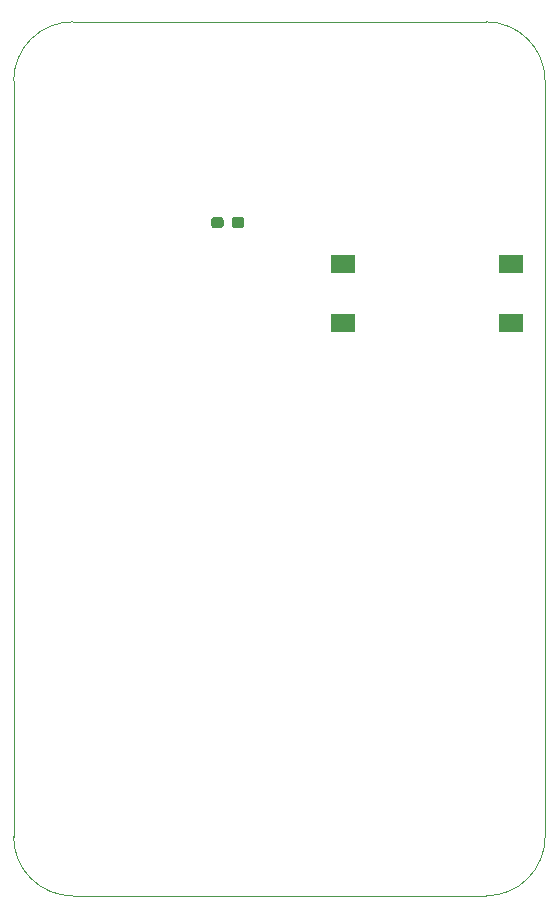
<source format=gbr>
%TF.GenerationSoftware,KiCad,Pcbnew,(5.1.10)-1*%
%TF.CreationDate,2022-05-06T17:00:31+02:00*%
%TF.ProjectId,LTE_HW,4c54455f-4857-42e6-9b69-6361645f7063,rev?*%
%TF.SameCoordinates,Original*%
%TF.FileFunction,Paste,Top*%
%TF.FilePolarity,Positive*%
%FSLAX46Y46*%
G04 Gerber Fmt 4.6, Leading zero omitted, Abs format (unit mm)*
G04 Created by KiCad (PCBNEW (5.1.10)-1) date 2022-05-06 17:00:31*
%MOMM*%
%LPD*%
G01*
G04 APERTURE LIST*
%TA.AperFunction,Profile*%
%ADD10C,0.050000*%
%TD*%
%ADD11R,2.000000X1.500000*%
G04 APERTURE END LIST*
D10*
X150000000Y-145000000D02*
G75*
G02*
X145000000Y-150000000I-5000000J0D01*
G01*
X145000000Y-76000000D02*
G75*
G02*
X150000000Y-81000000I0J-5000000D01*
G01*
X105000000Y-81000000D02*
G75*
G02*
X110000000Y-76000000I5000000J0D01*
G01*
X110000000Y-150000000D02*
G75*
G02*
X105000000Y-145000000I0J5000000D01*
G01*
X145000000Y-76000000D02*
X110000000Y-76000000D01*
X150000000Y-145000000D02*
X150000000Y-81000000D01*
X110000000Y-150000000D02*
X145000000Y-150000000D01*
X105000000Y-81000000D02*
X105000000Y-145000000D01*
%TO.C,R1*%
G36*
G01*
X124525000Y-92762500D02*
X124525000Y-93237500D01*
G75*
G02*
X124287500Y-93475000I-237500J0D01*
G01*
X123712500Y-93475000D01*
G75*
G02*
X123475000Y-93237500I0J237500D01*
G01*
X123475000Y-92762500D01*
G75*
G02*
X123712500Y-92525000I237500J0D01*
G01*
X124287500Y-92525000D01*
G75*
G02*
X124525000Y-92762500I0J-237500D01*
G01*
G37*
G36*
G01*
X122775000Y-92762500D02*
X122775000Y-93237500D01*
G75*
G02*
X122537500Y-93475000I-237500J0D01*
G01*
X121962500Y-93475000D01*
G75*
G02*
X121725000Y-93237500I0J237500D01*
G01*
X121725000Y-92762500D01*
G75*
G02*
X121962500Y-92525000I237500J0D01*
G01*
X122537500Y-92525000D01*
G75*
G02*
X122775000Y-92762500I0J-237500D01*
G01*
G37*
%TD*%
D11*
%TO.C,SW1*%
X147150000Y-101500000D03*
X132850000Y-101500000D03*
X132850000Y-96500000D03*
X147150000Y-96500000D03*
%TD*%
M02*

</source>
